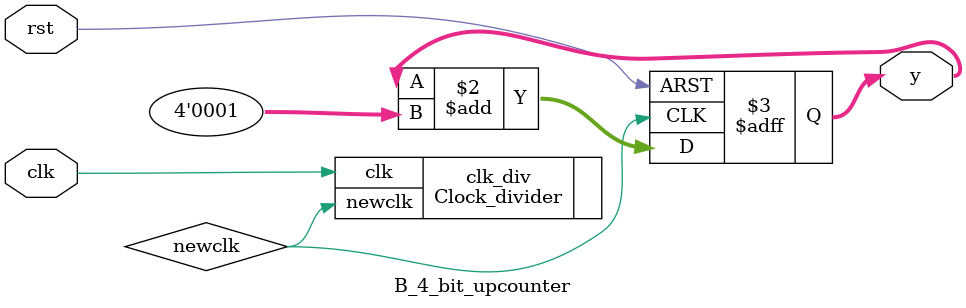
<source format=v>
`timescale 1ns / 1ps
module B_4_bit_upcounter(clk, rst, y );

input clk;
input rst;
output reg [3:0] y;

wire newclk;

Clock_divider clk_div(.clk(clk) , .newclk(newclk));
always @(posedge newclk or posedge rst)
	begin
		 if(rst)
		 y<= 4'b0000;
		 
		 else
		 begin
		  y<=y+4'd1;
		 end

	end
endmodule 



</source>
